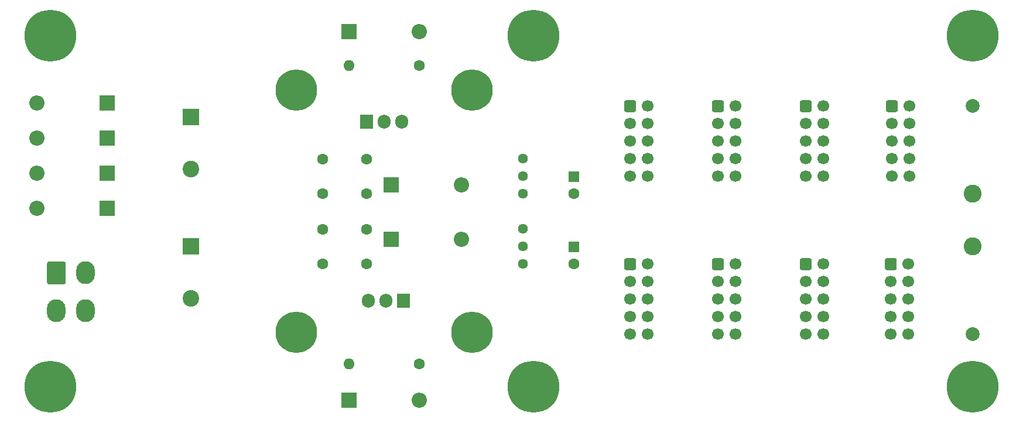
<source format=gbs>
G04 #@! TF.GenerationSoftware,KiCad,Pcbnew,6.0.5+dfsg-1~bpo11+1*
G04 #@! TF.CreationDate,2022-07-16T13:24:40+00:00*
G04 #@! TF.ProjectId,power_supply,706f7765-725f-4737-9570-706c792e6b69,0*
G04 #@! TF.SameCoordinates,Original*
G04 #@! TF.FileFunction,Soldermask,Bot*
G04 #@! TF.FilePolarity,Negative*
%FSLAX46Y46*%
G04 Gerber Fmt 4.6, Leading zero omitted, Abs format (unit mm)*
G04 Created by KiCad (PCBNEW 6.0.5+dfsg-1~bpo11+1) date 2022-07-16 13:24:40*
%MOMM*%
%LPD*%
G01*
G04 APERTURE LIST*
%ADD10R,1.905000X2.000000*%
%ADD11O,1.905000X2.000000*%
%ADD12C,1.600000*%
%ADD13O,1.600000X1.600000*%
%ADD14R,2.200000X2.200000*%
%ADD15O,2.200000X2.200000*%
%ADD16C,2.600000*%
%ADD17C,1.700000*%
%ADD18C,7.500000*%
%ADD19C,6.000000*%
%ADD20R,2.400000X2.400000*%
%ADD21C,2.400000*%
%ADD22C,1.440000*%
%ADD23R,1.600000X1.600000*%
%ADD24C,2.000000*%
%ADD25O,2.700000X3.300000*%
G04 APERTURE END LIST*
D10*
X130556000Y-88900000D03*
D11*
X133096000Y-88900000D03*
X135636000Y-88900000D03*
D12*
X138176000Y-80772000D03*
D13*
X128016000Y-80772000D03*
D14*
X134112000Y-98044000D03*
D15*
X144272000Y-98044000D03*
D16*
X218186000Y-106934000D03*
X218186000Y-99314000D03*
G36*
G01*
X167806000Y-87214000D02*
X167806000Y-86014000D01*
G75*
G02*
X168056000Y-85764000I250000J0D01*
G01*
X169256000Y-85764000D01*
G75*
G02*
X169506000Y-86014000I0J-250000D01*
G01*
X169506000Y-87214000D01*
G75*
G02*
X169256000Y-87464000I-250000J0D01*
G01*
X168056000Y-87464000D01*
G75*
G02*
X167806000Y-87214000I0J250000D01*
G01*
G37*
D17*
X171196000Y-86614000D03*
X168656000Y-89154000D03*
X171196000Y-89154000D03*
X168656000Y-91694000D03*
X171196000Y-91694000D03*
X168656000Y-94234000D03*
X171196000Y-94234000D03*
X168656000Y-96774000D03*
X171196000Y-96774000D03*
D14*
X93032000Y-86158000D03*
D15*
X82872000Y-86158000D03*
D14*
X93032000Y-91238000D03*
D15*
X82872000Y-91238000D03*
D18*
X84836000Y-76454000D03*
D14*
X93032000Y-101398000D03*
D15*
X82872000Y-101398000D03*
D19*
X145796000Y-119380000D03*
X120396000Y-119380000D03*
D20*
X105156000Y-106934000D03*
D21*
X105156000Y-114434000D03*
G36*
G01*
X205652000Y-87214000D02*
X205652000Y-86014000D01*
G75*
G02*
X205902000Y-85764000I250000J0D01*
G01*
X207102000Y-85764000D01*
G75*
G02*
X207352000Y-86014000I0J-250000D01*
G01*
X207352000Y-87214000D01*
G75*
G02*
X207102000Y-87464000I-250000J0D01*
G01*
X205902000Y-87464000D01*
G75*
G02*
X205652000Y-87214000I0J250000D01*
G01*
G37*
D17*
X209042000Y-86614000D03*
X206502000Y-89154000D03*
X209042000Y-89154000D03*
X206502000Y-91694000D03*
X209042000Y-91694000D03*
X206502000Y-94234000D03*
X209042000Y-94234000D03*
X206502000Y-96774000D03*
X209042000Y-96774000D03*
D22*
X153162000Y-104394000D03*
X153162000Y-106934000D03*
X153162000Y-109474000D03*
D12*
X124206000Y-104434000D03*
X124206000Y-109434000D03*
G36*
G01*
X205526000Y-110074000D02*
X205526000Y-108874000D01*
G75*
G02*
X205776000Y-108624000I250000J0D01*
G01*
X206976000Y-108624000D01*
G75*
G02*
X207226000Y-108874000I0J-250000D01*
G01*
X207226000Y-110074000D01*
G75*
G02*
X206976000Y-110324000I-250000J0D01*
G01*
X205776000Y-110324000D01*
G75*
G02*
X205526000Y-110074000I0J250000D01*
G01*
G37*
D17*
X208916000Y-109474000D03*
X206376000Y-112014000D03*
X208916000Y-112014000D03*
X206376000Y-114554000D03*
X208916000Y-114554000D03*
X206376000Y-117094000D03*
X208916000Y-117094000D03*
X206376000Y-119634000D03*
X208916000Y-119634000D03*
G36*
G01*
X193206000Y-87214000D02*
X193206000Y-86014000D01*
G75*
G02*
X193456000Y-85764000I250000J0D01*
G01*
X194656000Y-85764000D01*
G75*
G02*
X194906000Y-86014000I0J-250000D01*
G01*
X194906000Y-87214000D01*
G75*
G02*
X194656000Y-87464000I-250000J0D01*
G01*
X193456000Y-87464000D01*
G75*
G02*
X193206000Y-87214000I0J250000D01*
G01*
G37*
X196596000Y-86614000D03*
X194056000Y-89154000D03*
X196596000Y-89154000D03*
X194056000Y-91694000D03*
X196596000Y-91694000D03*
X194056000Y-94234000D03*
X196596000Y-94234000D03*
X194056000Y-96774000D03*
X196596000Y-96774000D03*
G36*
G01*
X167806000Y-110074000D02*
X167806000Y-108874000D01*
G75*
G02*
X168056000Y-108624000I250000J0D01*
G01*
X169256000Y-108624000D01*
G75*
G02*
X169506000Y-108874000I0J-250000D01*
G01*
X169506000Y-110074000D01*
G75*
G02*
X169256000Y-110324000I-250000J0D01*
G01*
X168056000Y-110324000D01*
G75*
G02*
X167806000Y-110074000I0J250000D01*
G01*
G37*
X171196000Y-109474000D03*
X168656000Y-112014000D03*
X171196000Y-112014000D03*
X168656000Y-114554000D03*
X171196000Y-114554000D03*
X168656000Y-117094000D03*
X171196000Y-117094000D03*
X168656000Y-119634000D03*
X171196000Y-119634000D03*
D23*
X160528000Y-96814000D03*
D12*
X160528000Y-99314000D03*
D20*
X105156000Y-88216220D03*
D21*
X105156000Y-95716220D03*
D12*
X138176000Y-123952000D03*
D13*
X128016000Y-123952000D03*
D12*
X130556000Y-94274000D03*
X130556000Y-99274000D03*
D19*
X145796000Y-84328000D03*
X120396000Y-84328000D03*
D18*
X218186000Y-76454000D03*
X218186000Y-127254000D03*
D14*
X128016000Y-75819000D03*
D15*
X138176000Y-75819000D03*
D18*
X154686000Y-127254000D03*
D24*
X218186000Y-119634000D03*
G36*
G01*
X193206000Y-110074000D02*
X193206000Y-108874000D01*
G75*
G02*
X193456000Y-108624000I250000J0D01*
G01*
X194656000Y-108624000D01*
G75*
G02*
X194906000Y-108874000I0J-250000D01*
G01*
X194906000Y-110074000D01*
G75*
G02*
X194656000Y-110324000I-250000J0D01*
G01*
X193456000Y-110324000D01*
G75*
G02*
X193206000Y-110074000I0J250000D01*
G01*
G37*
D17*
X196596000Y-109474000D03*
X194056000Y-112014000D03*
X196596000Y-112014000D03*
X194056000Y-114554000D03*
X196596000Y-114554000D03*
X194056000Y-117094000D03*
X196596000Y-117094000D03*
X194056000Y-119634000D03*
X196596000Y-119634000D03*
G36*
G01*
X180506000Y-87214000D02*
X180506000Y-86014000D01*
G75*
G02*
X180756000Y-85764000I250000J0D01*
G01*
X181956000Y-85764000D01*
G75*
G02*
X182206000Y-86014000I0J-250000D01*
G01*
X182206000Y-87214000D01*
G75*
G02*
X181956000Y-87464000I-250000J0D01*
G01*
X180756000Y-87464000D01*
G75*
G02*
X180506000Y-87214000I0J250000D01*
G01*
G37*
X183896000Y-86614000D03*
X181356000Y-89154000D03*
X183896000Y-89154000D03*
X181356000Y-91694000D03*
X183896000Y-91694000D03*
X181356000Y-94234000D03*
X183896000Y-94234000D03*
X181356000Y-96774000D03*
X183896000Y-96774000D03*
D18*
X154686000Y-76454000D03*
G36*
G01*
X180506000Y-110074000D02*
X180506000Y-108874000D01*
G75*
G02*
X180756000Y-108624000I250000J0D01*
G01*
X181956000Y-108624000D01*
G75*
G02*
X182206000Y-108874000I0J-250000D01*
G01*
X182206000Y-110074000D01*
G75*
G02*
X181956000Y-110324000I-250000J0D01*
G01*
X180756000Y-110324000D01*
G75*
G02*
X180506000Y-110074000I0J250000D01*
G01*
G37*
D17*
X183896000Y-109474000D03*
X181356000Y-112014000D03*
X183896000Y-112014000D03*
X181356000Y-114554000D03*
X183896000Y-114554000D03*
X181356000Y-117094000D03*
X183896000Y-117094000D03*
X181356000Y-119634000D03*
X183896000Y-119634000D03*
D18*
X84836000Y-127254000D03*
D14*
X128016000Y-129159000D03*
D15*
X138176000Y-129159000D03*
G36*
G01*
X84366000Y-112143999D02*
X84366000Y-109344001D01*
G75*
G02*
X84616001Y-109094000I250001J0D01*
G01*
X86815999Y-109094000D01*
G75*
G02*
X87066000Y-109344001I0J-250001D01*
G01*
X87066000Y-112143999D01*
G75*
G02*
X86815999Y-112394000I-250001J0D01*
G01*
X84616001Y-112394000D01*
G75*
G02*
X84366000Y-112143999I0J250001D01*
G01*
G37*
D25*
X89916000Y-110744000D03*
X85716000Y-116244000D03*
X89916000Y-116244000D03*
D12*
X124206000Y-94274000D03*
X124206000Y-99274000D03*
X130556000Y-104434000D03*
X130556000Y-109434000D03*
D14*
X93032000Y-96318000D03*
D15*
X82872000Y-96318000D03*
D23*
X160528000Y-106974000D03*
D12*
X160528000Y-109474000D03*
D24*
X218186000Y-86614000D03*
D10*
X135890000Y-114808000D03*
D11*
X133350000Y-114808000D03*
X130810000Y-114808000D03*
D22*
X153162000Y-94224000D03*
X153162000Y-96764000D03*
X153162000Y-99304000D03*
D14*
X134112000Y-105918000D03*
D15*
X144272000Y-105918000D03*
M02*

</source>
